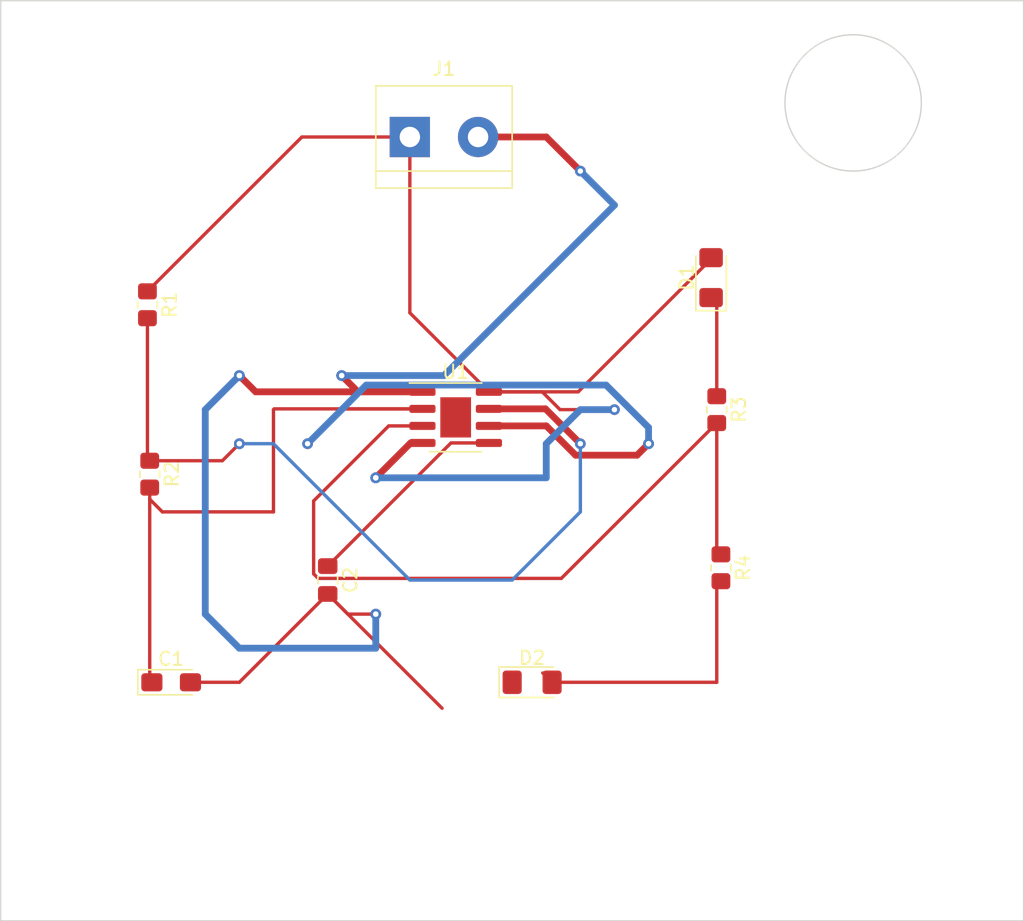
<source format=kicad_pcb>
(kicad_pcb (version 20211014) (generator pcbnew)
  (layers (0 "F.Cu" signal) (31 "B.Cu" signal) (34 "B.Paste" user) (35 "F.Paste" user) (36 "B.SilkS" user "B.Silkscreen") (37 "F.SilkS" user "F.Silkscreen") (38 "B.Mask" user) (39 "F.Mask" user) (44 "Edge.Cuts" user))
  (net 0 "")
  (net 1 "/pin_2")
  (net 2 "GND")
  (net 3 "Net-(C2-Pad1)")
  (net 4 "Net-(D1-Pad1)")
  (net 5 "+9V")
  (net 6 "Net-(D2-Pad2)")
  (net 7 "/pin_7")
  (net 8 "/pin_3")
  (footprint "TerminalBlock:TerminalBlock_bornier-2_P5.08mm" (layer "F.Cu") (at 114.3 58.42)
    (fp_text reference "J1" (at 2.54 -5.08) (layer "F.SilkS"))
    (fp_text value "Conn_01x02_Male")
    (fp_line (start 7.62 3.81) (end 7.62 -3.81) (layer "F.SilkS") (width 0.12))
    (fp_line (start -2.54 3.81) (end 7.62 3.81) (layer "F.SilkS") (width 0.12))
    (fp_line (start 7.62 -3.81) (end -2.54 -3.81) (layer "F.SilkS") (width 0.12))
    (fp_line (start 7.62 2.54) (end -2.54 2.54) (layer "F.SilkS") (width 0.12))
    (fp_line (start -2.54 -3.81) (end -2.54 3.81) (layer "F.SilkS") (width 0.12))
    (pad "1" thru_hole rect (at 0 0) (size 3 3) (drill 1.52) (layers *.Cu *.Mask) (net 5 "+9V"))
    (pad "2" thru_hole circle (at 5.08 0) (size 3 3) (drill 1.52) (layers *.Cu *.Mask) (net 2 "GND"))
  )
  (footprint "Capacitor_Tantalum_SMD:CP_EIA-3216-18_Kemet-A_Pad1.58x1.35mm_HandSolder" (layer "F.Cu") (at 96.52 99.06)
    (fp_text reference "C1" (at 0 -1.75) (layer "F.SilkS"))
    (fp_text value "10uF")
    (fp_line (start -2.485 -0.935) (end -2.485 0.935) (layer "F.SilkS") (width 0.12))
    (fp_line (start -2.485 0.935) (end 1.6 0.935) (layer "F.SilkS") (width 0.12))
    (fp_line (start 1.6 -0.935) (end -2.485 -0.935) (layer "F.SilkS") (width 0.12))
    (pad "1" smd roundrect (at -1.4375 0) (size 1.575 1.35) (layers "F.Cu" "F.Paste" "F.Mask") (roundrect_rratio 0.185185) (net 1 "/pin_2"))
    (pad "2" smd roundrect (at 1.4375 0) (size 1.575 1.35) (layers "F.Cu" "F.Paste" "F.Mask") (roundrect_rratio 0.185185) (net 2 "GND"))
  )
  (footprint "Package_SO:SOIC-8-1EP_3.9x4.9mm_P1.27mm_EP2.29x3mm" (layer "F.Cu") (at 117.7125 79.3175)
    (fp_text reference "U1" (at 0 -3.4) (layer "F.SilkS"))
    (fp_text value "1")
    (fp_line (start 0 2.56) (end -1.95 2.56) (layer "F.SilkS") (width 0.12))
    (fp_line (start 0 -2.56) (end 1.95 -2.56) (layer "F.SilkS") (width 0.12))
    (fp_line (start 0 -2.56) (end -3.45 -2.56) (layer "F.SilkS") (width 0.12))
    (fp_line (start 0 2.56) (end 1.95 2.56) (layer "F.SilkS") (width 0.12))
    (pad "1" smd roundrect (at -2.475 -1.905) (size 1.95 0.6) (layers "F.Cu" "F.Paste" "F.Mask") (net 2 "GND"))
    (pad "2" smd roundrect (at -2.475 -0.635) (size 1.95 0.6) (layers "F.Cu" "F.Paste" "F.Mask") (net 1 "/pin_2"))
    (pad "3" smd roundrect (at -2.475 0.635) (size 1.95 0.6) (layers "F.Cu" "F.Paste" "F.Mask") (net 8 "/pin_3"))
    (pad "4" smd roundrect (at -2.475 1.905) (size 1.95 0.6) (layers "F.Cu" "F.Paste" "F.Mask") (net 5 "+9V"))
    (pad "5" smd roundrect (at 2.475 1.905) (size 1.95 0.6) (layers "F.Cu" "F.Paste" "F.Mask") (net 3 "Net-(C2-Pad1)"))
    (pad "6" smd roundrect (at 2.475 0.635) (size 1.95 0.6) (layers "F.Cu" "F.Paste" "F.Mask") (net 1 "/pin_2"))
    (pad "7" smd roundrect (at 2.475 -0.635) (size 1.95 0.6) (layers "F.Cu" "F.Paste" "F.Mask") (net 7 "/pin_7"))
    (pad "8" smd roundrect (at 2.475 -1.905) (size 1.95 0.6) (layers "F.Cu" "F.Paste" "F.Mask") (net 5 "+9V"))
    (pad "9" smd rect (at 0 0) (size 2.29 3) (layers "F.Cu" "F.Mask"))
  )
  (footprint "LED_SMD:LED_1206_3216Metric_Pad1.42x1.75mm_HandSolder" (layer "F.Cu") (at 123.4075 99.06)
    (fp_text reference "D2" (at 0 -1.82) (layer "F.SilkS"))
    (fp_text value "LED")
    (fp_line (start -2.46 -1.135) (end -2.46 1.135) (layer "F.SilkS") (width 0.12))
    (fp_line (start -2.46 1.135) (end 1.6 1.135) (layer "F.SilkS") (width 0.12))
    (fp_line (start 1.6 -1.135) (end -2.46 -1.135) (layer "F.SilkS") (width 0.12))
    (pad "1" smd roundrect (at -1.4875 0) (size 1.425 1.75) (layers "F.Cu" "F.Paste" "F.Mask") (roundrect_rratio 0.175439) (net 2 "GND"))
    (pad "2" smd roundrect (at 1.4875 0) (size 1.425 1.75) (layers "F.Cu" "F.Paste" "F.Mask") (roundrect_rratio 0.175439) (net 6 "Net-(D2-Pad2)"))
  )
  (footprint "LED_SMD:LED_1206_3216Metric_Pad1.42x1.75mm_HandSolder" (layer "F.Cu") (at 136.74 68.9 90)
    (fp_text reference "D1" (at 0 -1.82 90) (layer "F.SilkS"))
    (fp_text value "LED")
    (fp_line (start 1.6 -1.135) (end -2.46 -1.135) (layer "F.SilkS") (width 0.12))
    (fp_line (start -2.46 1.135) (end 1.6 1.135) (layer "F.SilkS") (width 0.12))
    (fp_line (start -2.46 -1.135) (end -2.46 1.135) (layer "F.SilkS") (width 0.12))
    (pad "1" smd roundrect (at -1.4875 0 90) (size 1.425 1.75) (layers "F.Cu" "F.Paste" "F.Mask") (roundrect_rratio 0.175439) (net 4 "Net-(D1-Pad1)"))
    (pad "2" smd roundrect (at 1.4875 0 90) (size 1.425 1.75) (layers "F.Cu" "F.Paste" "F.Mask") (roundrect_rratio 0.175439) (net 5 "+9V"))
  )
  (footprint "Resistor_SMD:R_0805_2012Metric_Pad1.20x1.40mm_HandSolder" (layer "F.Cu") (at 137.47 90.525 -90)
    (fp_text reference "R4" (at 0 -1.65 90) (layer "F.SilkS"))
    (fp_text value "1k")
    (fp_line (start -0.227064 0.735) (end 0.227064 0.735) (layer "F.SilkS") (width 0.12))
    (fp_line (start -0.227064 -0.735) (end 0.227064 -0.735) (layer "F.SilkS") (width 0.12))
    (pad "1" smd roundrect (at -1 0 270) (size 1.2 1.4) (layers "F.Cu" "F.Paste" "F.Mask") (roundrect_rratio 0.208333) (net 8 "/pin_3"))
    (pad "2" smd roundrect (at 1 0 270) (size 1.2 1.4) (layers "F.Cu" "F.Paste" "F.Mask") (roundrect_rratio 0.208333) (net 6 "Net-(D2-Pad2)"))
  )
  (footprint "Resistor_SMD:R_0805_2012Metric_Pad1.20x1.40mm_HandSolder" (layer "F.Cu") (at 137.16 78.74 -90)
    (fp_text reference "R3" (at 0 -1.65 90) (layer "F.SilkS"))
    (fp_text value "1k")
    (fp_line (start -0.227064 -0.735) (end 0.227064 -0.735) (layer "F.SilkS") (width 0.12))
    (fp_line (start -0.227064 0.735) (end 0.227064 0.735) (layer "F.SilkS") (width 0.12))
    (pad "1" smd roundrect (at -1 0 270) (size 1.2 1.4) (layers "F.Cu" "F.Paste" "F.Mask") (roundrect_rratio 0.208333) (net 4 "Net-(D1-Pad1)"))
    (pad "2" smd roundrect (at 1 0 270) (size 1.2 1.4) (layers "F.Cu" "F.Paste" "F.Mask") (roundrect_rratio 0.208333) (net 8 "/pin_3"))
  )
  (footprint "Resistor_SMD:R_0805_2012Metric_Pad1.20x1.40mm_HandSolder" (layer "F.Cu") (at 94.922384 83.548808 -90)
    (fp_text reference "R2" (at 0 -1.65 90) (layer "F.SilkS"))
    (fp_text value "10k")
    (fp_line (start -0.227064 0.735) (end 0.227064 0.735) (layer "F.SilkS") (width 0.12))
    (fp_line (start -0.227064 -0.735) (end 0.227064 -0.735) (layer "F.SilkS") (width 0.12))
    (pad "1" smd roundrect (at -1 0 270) (size 1.2 1.4) (layers "F.Cu" "F.Paste" "F.Mask") (roundrect_rratio 0.208333) (net 7 "/pin_7"))
    (pad "2" smd roundrect (at 1 0 270) (size 1.2 1.4) (layers "F.Cu" "F.Paste" "F.Mask") (roundrect_rratio 0.208333) (net 1 "/pin_2"))
  )
  (footprint "Capacitor_SMD:C_0805_2012Metric_Pad1.18x1.45mm_HandSolder" (layer "F.Cu") (at 108.1825 91.44 -90)
    (fp_text reference "C2" (at 0 -1.68 90) (layer "F.SilkS"))
    (fp_text value "0.01uF")
    (fp_line (start -0.261252 0.735) (end 0.261252 0.735) (layer "F.SilkS") (width 0.12))
    (fp_line (start -0.261252 -0.735) (end 0.261252 -0.735) (layer "F.SilkS") (width 0.12))
    (pad "1" smd roundrect (at -1.0375 0 270) (size 1.175 1.45) (layers "F.Cu" "F.Paste" "F.Mask") (roundrect_rratio 0.212766) (net 3 "Net-(C2-Pad1)"))
    (pad "2" smd roundrect (at 1.0375 0 270) (size 1.175 1.45) (layers "F.Cu" "F.Paste" "F.Mask") (roundrect_rratio 0.212766) (net 2 "GND"))
  )
  (footprint "Resistor_SMD:R_0805_2012Metric_Pad1.20x1.40mm_HandSolder" (layer "F.Cu") (at 94.752936 70.925 -90)
    (fp_text reference "R1" (at 0 -1.65 90) (layer "F.SilkS"))
    (fp_text value "1k")
    (fp_line (start -0.227064 0.735) (end 0.227064 0.735) (layer "F.SilkS") (width 0.12))
    (fp_line (start -0.227064 -0.735) (end 0.227064 -0.735) (layer "F.SilkS") (width 0.12))
    (pad "1" smd roundrect (at -1 0 270) (size 1.2 1.4) (layers "F.Cu" "F.Paste" "F.Mask") (roundrect_rratio 0.208333) (net 5 "+9V"))
    (pad "2" smd roundrect (at 1 0 270) (size 1.2 1.4) (layers "F.Cu" "F.Paste" "F.Mask") (roundrect_rratio 0.208333) (net 7 "/pin_7"))
  )
  (gr_rect (start 83.82 48.26) (end 160.02 116.84) (layer "Edge.Cuts") (width 0.1) (fill none))
  (gr_circle (center 147.32 55.88) (end 152.4 55.88) (layer "Edge.Cuts") (width 0.1) (fill none))
  (segment (start 124.464761 79.9525) (end 126.646261 82.134) (width 0.508) (layer "F.Cu") (net 1))
  (segment (start 109.2775 78.6825) (end 106.68 81.28) (width 0.25) (layer "F.Cu") (net 1))
  (segment (start 131.226 82.134) (end 132.08 81.28) (width 0.508) (layer "F.Cu") (net 1))
  (segment (start 94.922384 98.899884) (end 95.0825 99.06) (width 0.25) (layer "F.Cu") (net 1))
  (segment (start 104.14 78.74) (end 104.1975 78.6825) (width 0.25) (layer "F.Cu") (net 1))
  (segment (start 120.1875 79.9525) (end 120.5925 79.9525) (width 0.508) (layer "F.Cu") (net 1))
  (segment (start 95.864768 86.36) (end 104.14 86.36) (width 0.25) (layer "F.Cu") (net 1))
  (segment (start 115.2375 78.6825) (end 109.2775 78.6825) (width 0.25) (layer "F.Cu") (net 1))
  (segment (start 94.922384 85.417616) (end 94.922384 98.899884) (width 0.25) (layer "F.Cu") (net 1))
  (segment (start 104.1975 78.6825) (end 115.2375 78.6825) (width 0.25) (layer "F.Cu") (net 1))
  (segment (start 104.14 86.36) (end 104.14 78.74) (width 0.25) (layer "F.Cu") (net 1))
  (segment (start 126.646261 82.134) (end 131.226 82.134) (width 0.508) (layer "F.Cu") (net 1))
  (segment (start 120.1875 79.9525) (end 124.464761 79.9525) (width 0.508) (layer "F.Cu") (net 1))
  (segment (start 94.922384 84.548808) (end 94.922384 85.417616) (width 0.25) (layer "F.Cu") (net 1))
  (segment (start 94.922384 85.417616) (end 95.864768 86.36) (width 0.25) (layer "F.Cu") (net 1))
  (via (at 132.08 81.28) (size 0.8) (drill 0.4) (layers "F.Cu" "B.Cu") (net 1))
  (via (at 106.68 81.28) (size 0.8) (drill 0.4) (layers "F.Cu" "B.Cu") (net 1))
  (via (at 132.08 81.28) (size 0.8) (drill 0.4) (layers "F.Cu" "B.Cu") (net 1))
  (segment (start 111.052 76.908) (end 106.68 81.28) (width 0.508) (layer "B.Cu") (net 1))
  (segment (start 128.915739 76.908) (end 111.052 76.908) (width 0.508) (layer "B.Cu") (net 1))
  (segment (start 132.08 81.28) (end 132.08 80.072261) (width 0.508) (layer "B.Cu") (net 1))
  (segment (start 132.08 80.072261) (end 128.915739 76.908) (width 0.508) (layer "B.Cu") (net 1))
  (segment (start 108.1825 92.4775) (end 116.7 100.995) (width 0.25) (layer "F.Cu") (net 2))
  (segment (start 115.2375 77.4125) (end 110.4325 77.4125) (width 0.508) (layer "F.Cu") (net 2))
  (segment (start 101.6 99.06) (end 108.1825 92.4775) (width 0.25) (layer "F.Cu") (net 2))
  (segment (start 110.4325 77.4125) (end 109.22 76.2) (width 0.508) (layer "F.Cu") (net 2))
  (segment (start 124.46 58.42) (end 127 60.96) (width 0.508) (layer "F.Cu") (net 2))
  (segment (start 102.8125 77.4125) (end 101.6 76.2) (width 0.508) (layer "F.Cu") (net 2))
  (segment (start 115.2375 77.4125) (end 102.8125 77.4125) (width 0.508) (layer "F.Cu") (net 2))
  (segment (start 119.38 58.42) (end 124.46 58.42) (width 0.508) (layer "F.Cu") (net 2))
  (segment (start 108.1825 92.4775) (end 109.685 93.98) (width 0.25) (layer "F.Cu") (net 2))
  (segment (start 109.685 93.98) (end 111.76 93.98) (width 0.25) (layer "F.Cu") (net 2))
  (segment (start 97.9575 99.06) (end 101.6 99.06) (width 0.25) (layer "F.Cu") (net 2))
  (via (at 101.6 76.2) (size 0.8) (drill 0.4) (layers "F.Cu" "B.Cu") (net 2))
  (via (at 127 60.96) (size 0.8) (drill 0.4) (layers "F.Cu" "B.Cu") (net 2))
  (via (at 101.6 76.2) (size 0.8) (drill 0.4) (layers "F.Cu" "B.Cu") (net 2))
  (via (at 109.22 76.2) (size 0.8) (drill 0.4) (layers "F.Cu" "B.Cu") (net 2))
  (via (at 109.22 76.2) (size 0.8) (drill 0.4) (layers "F.Cu" "B.Cu") (net 2))
  (via (at 111.76 93.98) (size 0.8) (drill 0.4) (layers "F.Cu" "B.Cu") (net 2))
  (via (at 111.76 93.98) (size 0.8) (drill 0.4) (layers "F.Cu" "B.Cu") (net 2))
  (segment (start 99.06 93.98) (end 101.6 96.52) (width 0.508) (layer "B.Cu") (net 2))
  (segment (start 129.54 63.5) (end 116.84 76.2) (width 0.508) (layer "B.Cu") (net 2))
  (segment (start 99.06 78.74) (end 99.06 93.98) (width 0.508) (layer "B.Cu") (net 2))
  (segment (start 111.76 96.52) (end 111.76 93.98) (width 0.508) (layer "B.Cu") (net 2))
  (segment (start 127 60.96) (end 129.54 63.5) (width 0.508) (layer "B.Cu") (net 2))
  (segment (start 101.6 76.2) (end 99.06 78.74) (width 0.508) (layer "B.Cu") (net 2))
  (segment (start 116.84 76.2) (end 109.22 76.2) (width 0.508) (layer "B.Cu") (net 2))
  (segment (start 101.6 96.52) (end 111.76 96.52) (width 0.508) (layer "B.Cu") (net 2))
  (segment (start 117.3625 81.2225) (end 120.1875 81.2225) (width 0.25) (layer "F.Cu") (net 3))
  (segment (start 108.1825 90.4025) (end 117.3625 81.2225) (width 0.25) (layer "F.Cu") (net 3))
  (segment (start 137.16 77.74) (end 137.16 70.0675) (width 0.25) (layer "F.Cu") (net 4))
  (segment (start 124.157805 77.4125) (end 125.485305 78.74) (width 0.25) (layer "F.Cu") (net 5))
  (segment (start 120.1875 77.4125) (end 126.84 77.4125) (width 0.25) (layer "F.Cu") (net 5))
  (segment (start 114.3575 81.2225) (end 111.76 83.82) (width 0.508) (layer "F.Cu") (net 5))
  (segment (start 106.257936 58.42) (end 114.3 58.42) (width 0.25) (layer "F.Cu") (net 5))
  (segment (start 126.84 77.4125) (end 137.16 67.0925) (width 0.25) (layer "F.Cu") (net 5))
  (segment (start 114.3 71.525) (end 120.1875 77.4125) (width 0.25) (layer "F.Cu") (net 5))
  (segment (start 125.485305 78.74) (end 129.54 78.74) (width 0.25) (layer "F.Cu") (net 5))
  (segment (start 94.752936 69.925) (end 106.257936 58.42) (width 0.25) (layer "F.Cu") (net 5))
  (segment (start 120.1875 77.4125) (end 124.157805 77.4125) (width 0.25) (layer "F.Cu") (net 5))
  (segment (start 114.3 58.42) (end 114.3 71.525) (width 0.25) (layer "F.Cu") (net 5))
  (segment (start 115.2375 81.2225) (end 114.3575 81.2225) (width 0.508) (layer "F.Cu") (net 5))
  (via (at 111.76 83.82) (size 0.8) (drill 0.4) (layers "F.Cu" "B.Cu") (net 5))
  (via (at 111.76 83.82) (size 0.8) (drill 0.4) (layers "F.Cu" "B.Cu") (net 5))
  (via (at 111.76 83.82) (size 0.8) (drill 0.4) (layers "F.Cu" "B.Cu") (net 5))
  (via (at 129.54 78.74) (size 0.8) (drill 0.4) (layers "F.Cu" "B.Cu") (net 5))
  (segment (start 127 78.74) (end 129.54 78.74) (width 0.508) (layer "B.Cu") (net 5))
  (segment (start 111.76 83.82) (end 124.46 83.82) (width 0.508) (layer "B.Cu") (net 5))
  (segment (start 124.46 83.82) (end 124.46 81.28) (width 0.508) (layer "B.Cu") (net 5))
  (segment (start 124.46 81.28) (end 127 78.74) (width 0.508) (layer "B.Cu") (net 5))
  (segment (start 124.2 98.365) (end 124.895 99.06) (width 0.25) (layer "F.Cu") (net 6))
  (segment (start 124.895 99.06) (end 137.16 99.06) (width 0.25) (layer "F.Cu") (net 6))
  (segment (start 137.16 99.06) (end 137.16 91.44) (width 0.25) (layer "F.Cu") (net 6))
  (segment (start 94.922384 82.548808) (end 100.331192 82.548808) (width 0.25) (layer "F.Cu") (net 7))
  (segment (start 120.1875 78.6825) (end 124.4025 78.6825) (width 0.508) (layer "F.Cu") (net 7))
  (segment (start 94.752936 71.925) (end 94.752936 82.37936) (width 0.25) (layer "F.Cu") (net 7))
  (segment (start 94.752936 82.37936) (end 94.922384 82.548808) (width 0.25) (layer "F.Cu") (net 7))
  (segment (start 100.331192 82.548808) (end 101.6 81.28) (width 0.25) (layer "F.Cu") (net 7))
  (segment (start 124.4025 78.6825) (end 127 81.28) (width 0.508) (layer "F.Cu") (net 7))
  (via (at 127 81.28) (size 0.8) (drill 0.4) (layers "F.Cu" "B.Cu") (net 7))
  (via (at 101.6 81.28) (size 0.8) (drill 0.4) (layers "F.Cu" "B.Cu") (net 7))
  (via (at 101.6 81.28) (size 0.8) (drill 0.4) (layers "F.Cu" "B.Cu") (net 7))
  (segment (start 104.14 81.28) (end 114.3 91.44) (width 0.25) (layer "B.Cu") (net 7))
  (segment (start 114.3 91.44) (end 121.92 91.44) (width 0.25) (layer "B.Cu") (net 7))
  (segment (start 127 86.36) (end 127 81.28) (width 0.25) (layer "B.Cu") (net 7))
  (segment (start 101.6 81.28) (end 104.14 81.28) (width 0.25) (layer "B.Cu") (net 7))
  (segment (start 121.92 91.44) (end 127 86.36) (width 0.25) (layer "B.Cu") (net 7))
  (segment (start 107.1325 90.978173) (end 107.1325 85.545) (width 0.25) (layer "F.Cu") (net 8))
  (segment (start 137.16 89.215) (end 137.47 89.525) (width 0.25) (layer "F.Cu") (net 8))
  (segment (start 125.585 91.315) (end 107.469327 91.315) (width 0.25) (layer "F.Cu") (net 8))
  (segment (start 137.16 79.74) (end 125.585 91.315) (width 0.25) (layer "F.Cu") (net 8))
  (segment (start 107.1325 85.545) (end 112.725 79.9525) (width 0.25) (layer "F.Cu") (net 8))
  (segment (start 112.725 79.9525) (end 115.2375 79.9525) (width 0.25) (layer "F.Cu") (net 8))
  (segment (start 107.469327 91.315) (end 107.1325 90.978173) (width 0.25) (layer "F.Cu") (net 8))
  (segment (start 137.16 79.74) (end 137.16 89.215) (width 0.25) (layer "F.Cu") (net 8))
)
</source>
